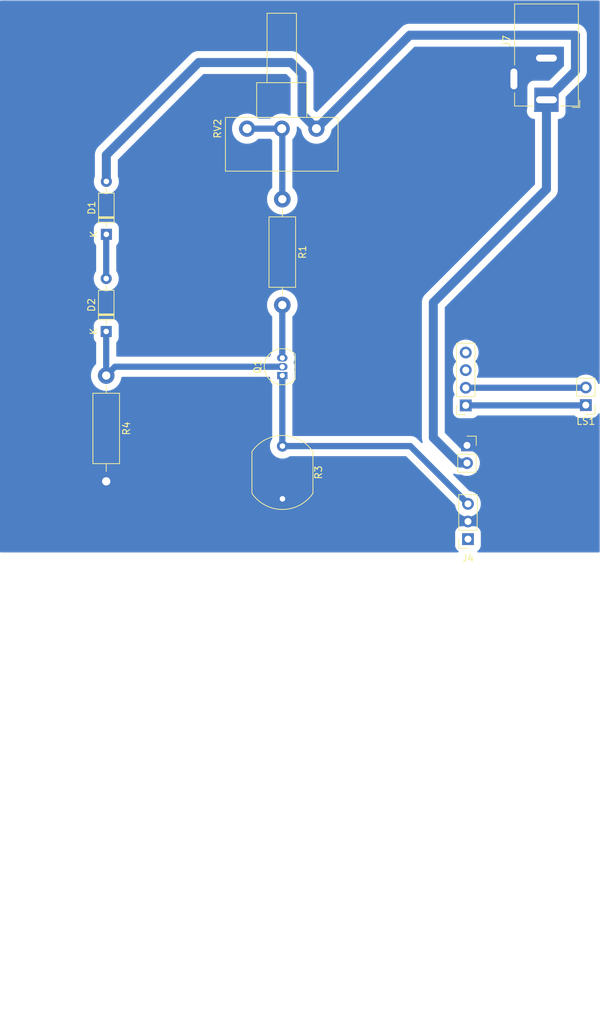
<source format=kicad_pcb>
(kicad_pcb (version 20221018) (generator pcbnew)
  (layers (0 "F.Cu" signal) (31 "B.Cu" signal) (34 "B.Paste" user) (35 "F.Paste" user) (36 "B.SilkS" user "B.Silkscreen") (37 "F.SilkS" user "F.Silkscreen") (38 "B.Mask" user) (39 "F.Mask" user) (44 "Edge.Cuts" user))
  (net 0 "")
  (net 1 "Net-(D1-K)")
  (net 2 "Net-(D2-K)")
  (net 3 "+5V")
  (net 4 "GND")
  (net 5 "Net-(J4-Pin_3)")
  (net 6 "Net-(Q1-C)")
  (net 7 "Net-(R1-Pad1)")
  (net 8 "Net-(J1-Pin_1)")
  (net 9 "Net-(J1-Pin_2)")
  (footprint "Resistor_THT:R_Axial_DIN0411_L9.9mm_D3.6mm_P15.24mm_Horizontal" (layer "F.Cu") (at 172.72 71.12 -90)
    (fp_text reference "R1" (at 7.62 -2.92 90) (layer "F.SilkS"))
    (fp_text value "47")
    (fp_line (start 1.44 0) (end 2.55 0) (stroke (width 0.12)) (layer "F.SilkS"))
    (fp_line (start 2.55 -1.92) (end 2.55 1.92) (stroke (width 0.12)) (layer "F.SilkS"))
    (fp_line (start 2.55 1.92) (end 12.69 1.92) (stroke (width 0.12)) (layer "F.SilkS"))
    (fp_line (start 12.69 -1.92) (end 2.55 -1.92) (stroke (width 0.12)) (layer "F.SilkS"))
    (fp_line (start 12.69 1.92) (end 12.69 -1.92) (stroke (width 0.12)) (layer "F.SilkS"))
    (fp_line (start 13.8 0) (end 12.69 0) (stroke (width 0.12)) (layer "F.SilkS"))
    (pad "1" thru_hole circle (at 0 0 270) (size 2.4 2.4) (drill 1.2) (layers "*.Cu" "*.Mask") (net 7 "Net-(R1-Pad1)"))
    (pad "2" thru_hole oval (at 15.24 0 270) (size 2.4 2.4) (drill 1.2) (layers "*.Cu" "*.Mask") (net 6 "Net-(Q1-C)"))
  )
  (footprint "Connector_PinHeader_2.54mm:PinHeader_1x02_P2.54mm_Vertical" (layer "F.Cu") (at 216.5 100.775 180)
    (fp_text reference "LS1" (at 0 -2.33) (layer "F.SilkS"))
    (fp_text value "Speaker")
    (fp_line (start -1.33 -1.33) (end 0 -1.33) (stroke (width 0.12)) (layer "F.SilkS"))
    (fp_line (start -1.33 0) (end -1.33 -1.33) (stroke (width 0.12)) (layer "F.SilkS"))
    (fp_line (start -1.33 1.27) (end -1.33 3.87) (stroke (width 0.12)) (layer "F.SilkS"))
    (fp_line (start -1.33 1.27) (end 1.33 1.27) (stroke (width 0.12)) (layer "F.SilkS"))
    (fp_line (start -1.33 3.87) (end 1.33 3.87) (stroke (width 0.12)) (layer "F.SilkS"))
    (fp_line (start 1.33 1.27) (end 1.33 3.87) (stroke (width 0.12)) (layer "F.SilkS"))
    (pad "1" thru_hole rect (at 0 0 180) (size 1.7 1.7) (drill 1) (layers "*.Cu" "*.Mask") (net 8 "Net-(J1-Pin_1)"))
    (pad "2" thru_hole oval (at 0 2.54 180) (size 1.7 1.7) (drill 1) (layers "*.Cu" "*.Mask") (net 9 "Net-(J1-Pin_2)"))
  )
  (footprint "OptoDevice:R_LDR_10x8.5mm_P7.6mm_Vertical" (layer "F.Cu") (at 172.74 106.68 -90)
    (fp_text reference "R3" (at 3.8 -5.2 90) (layer "F.SilkS"))
    (fp_text value "LDR")
    (fp_line (start 0.8 -4.4) (end 6.8 -4.4) (stroke (width 0.12)) (layer "F.SilkS"))
    (fp_line (start 0.8 4.4) (end 6.8 4.4) (stroke (width 0.12)) (layer "F.SilkS"))
    (fp_arc (start 0.8 4.4) (mid -1.525374 0.019809) (end 0.76735 -4.37756) (stroke (width 0.12)) (layer "F.SilkS"))
    (fp_arc (start 6.8 -4.4) (mid 9.125374 -0.019809) (end 6.83265 4.37756) (stroke (width 0.12)) (layer "F.SilkS"))
    (pad "1" thru_hole circle (at 0 0 270) (size 1.6 1.6) (drill 0.8) (layers "*.Cu" "*.Mask") (net 5 "Net-(J4-Pin_3)"))
    (pad "2" thru_hole circle (at 7.6 0 270) (size 1.6 1.6) (drill 0.8) (layers "*.Cu" "*.Mask") (net 4 "GND"))
  )
  (footprint "Connector_PinSocket_2.54mm:PinSocket_1x02_P2.54mm_Vertical" (layer "F.Cu") (at 199.36 106.58)
    (fp_text reference "J3" hide)
    (fp_text value "Conn_01x02_Socket" hide)
    (fp_line (start -1.33 1.27) (end -1.33 3.87) (stroke (width 0.12)) (layer "F.SilkS"))
    (fp_line (start -1.33 1.27) (end 1.33 1.27) (stroke (width 0.12)) (layer "F.SilkS"))
    (fp_line (start -1.33 3.87) (end 1.33 3.87) (stroke (width 0.12)) (layer "F.SilkS"))
    (fp_line (start 0 -1.33) (end 1.33 -1.33) (stroke (width 0.12)) (layer "F.SilkS"))
    (fp_line (start 1.33 -1.33) (end 1.33 0) (stroke (width 0.12)) (layer "F.SilkS"))
    (fp_line (start 1.33 1.27) (end 1.33 3.87) (stroke (width 0.12)) (layer "F.SilkS"))
    (pad "1" thru_hole rect (at 0 0) (size 1.7 1.7) (drill 1) (layers "*.Cu" "*.Mask") (net 4 "GND"))
    (pad "2" thru_hole oval (at 0 2.54) (size 1.7 1.7) (drill 1) (layers "*.Cu" "*.Mask") (net 3 "+5V"))
  )
  (footprint "Connector_PinSocket_2.54mm:PinSocket_1x04_P2.54mm_Vertical" (layer "F.Cu") (at 199.18 100.82 180)
    (fp_text reference "J1" hide)
    (fp_text value "Conn_01x04_Socket" hide)
    (fp_line (start -1.33 1.27) (end -1.33 8.95) (stroke (width 0.12)) (layer "F.SilkS"))
    (fp_line (start -1.33 1.27) (end 1.33 1.27) (stroke (width 0.12)) (layer "F.SilkS"))
    (fp_line (start -1.33 8.95) (end 1.33 8.95) (stroke (width 0.12)) (layer "F.SilkS"))
    (fp_line (start 0 -1.33) (end 1.33 -1.33) (stroke (width 0.12)) (layer "F.SilkS"))
    (fp_line (start 1.33 -1.33) (end 1.33 0) (stroke (width 0.12)) (layer "F.SilkS"))
    (fp_line (start 1.33 1.27) (end 1.33 8.95) (stroke (width 0.12)) (layer "F.SilkS"))
    (pad "1" thru_hole rect (at 0 0 180) (size 1.7 1.7) (drill 1) (layers "*.Cu" "*.Mask") (net 8 "Net-(J1-Pin_1)"))
    (pad "2" thru_hole oval (at 0 2.54 180) (size 1.7 1.7) (drill 1) (layers "*.Cu" "*.Mask") (net 9 "Net-(J1-Pin_2)"))
    (pad "3" thru_hole oval (at 0 5.08 180) (size 1.7 1.7) (drill 1) (layers "*.Cu" "*.Mask"))
    (pad "4" thru_hole oval (at 0 7.62 180) (size 1.7 1.7) (drill 1) (layers "*.Cu" "*.Mask"))
  )
  (footprint "Diode_THT:D_DO-35_SOD27_P7.62mm_Horizontal" (layer "F.Cu") (at 147.32 90.17 90)
    (fp_text reference "D2" (at 3.81 -2.12 90) (layer "F.SilkS"))
    (fp_text value "1N4148")
    (fp_text user "K" (at 0 -1.8 90) (layer "F.SilkS"))
    (fp_line (start 1.04 0) (end 1.69 0) (stroke (width 0.12)) (layer "F.SilkS"))
    (fp_line (start 1.69 -1.12) (end 1.69 1.12) (stroke (width 0.12)) (layer "F.SilkS"))
    (fp_line (start 1.69 1.12) (end 5.93 1.12) (stroke (width 0.12)) (layer "F.SilkS"))
    (fp_line (start 2.29 -1.12) (end 2.29 1.12) (stroke (width 0.12)) (layer "F.SilkS"))
    (fp_line (start 2.41 -1.12) (end 2.41 1.12) (stroke (width 0.12)) (layer "F.SilkS"))
    (fp_line (start 2.53 -1.12) (end 2.53 1.12) (stroke (width 0.12)) (layer "F.SilkS"))
    (fp_line (start 5.93 -1.12) (end 1.69 -1.12) (stroke (width 0.12)) (layer "F.SilkS"))
    (fp_line (start 5.93 1.12) (end 5.93 -1.12) (stroke (width 0.12)) (layer "F.SilkS"))
    (fp_line (start 6.58 0) (end 5.93 0) (stroke (width 0.12)) (layer "F.SilkS"))
    (pad "1" thru_hole rect (at 0 0 90) (size 1.6 1.6) (drill 0.8) (layers "*.Cu" "*.Mask") (net 2 "Net-(D2-K)"))
    (pad "2" thru_hole oval (at 7.62 0 90) (size 1.6 1.6) (drill 0.8) (layers "*.Cu" "*.Mask") (net 1 "Net-(D1-K)"))
  )
  (footprint "Diode_THT:D_DO-35_SOD27_P7.62mm_Horizontal" (layer "F.Cu") (at 147.34 76.18 90)
    (fp_text reference "D1" (at 3.81 -2.12 90) (layer "F.SilkS"))
    (fp_text value "1N4148")
    (fp_text user "K" (at 0 -1.8 90) (layer "F.SilkS"))
    (fp_line (start 1.04 0) (end 1.69 0) (stroke (width 0.12)) (layer "F.SilkS"))
    (fp_line (start 1.69 -1.12) (end 1.69 1.12) (stroke (width 0.12)) (layer "F.SilkS"))
    (fp_line (start 1.69 1.12) (end 5.93 1.12) (stroke (width 0.12)) (layer "F.SilkS"))
    (fp_line (start 2.29 -1.12) (end 2.29 1.12) (stroke (width 0.12)) (layer "F.SilkS"))
    (fp_line (start 2.41 -1.12) (end 2.41 1.12) (stroke (width 0.12)) (layer "F.SilkS"))
    (fp_line (start 2.53 -1.12) (end 2.53 1.12) (stroke (width 0.12)) (layer "F.SilkS"))
    (fp_line (start 5.93 -1.12) (end 1.69 -1.12) (stroke (width 0.12)) (layer "F.SilkS"))
    (fp_line (start 5.93 1.12) (end 5.93 -1.12) (stroke (width 0.12)) (layer "F.SilkS"))
    (fp_line (start 6.58 0) (end 5.93 0) (stroke (width 0.12)) (layer "F.SilkS"))
    (pad "1" thru_hole rect (at 0 0 90) (size 1.6 1.6) (drill 0.8) (layers "*.Cu" "*.Mask") (net 1 "Net-(D1-K)"))
    (pad "2" thru_hole oval (at 7.62 0 90) (size 1.6 1.6) (drill 0.8) (layers "*.Cu" "*.Mask") (net 3 "+5V"))
  )
  (footprint "Resistor_THT:R_Axial_DIN0411_L9.9mm_D3.6mm_P15.24mm_Horizontal" (layer "F.Cu") (at 147.32 96.52 -90)
    (fp_text reference "R4" (at 7.62 -2.92 90) (layer "F.SilkS"))
    (fp_text value "10 K")
    (fp_line (start 1.44 0) (end 2.55 0) (stroke (width 0.12)) (layer "F.SilkS"))
    (fp_line (start 2.55 -1.92) (end 2.55 1.92) (stroke (width 0.12)) (layer "F.SilkS"))
    (fp_line (start 2.55 1.92) (end 12.69 1.92) (stroke (width 0.12)) (layer "F.SilkS"))
    (fp_line (start 12.69 -1.92) (end 2.55 -1.92) (stroke (width 0.12)) (layer "F.SilkS"))
    (fp_line (start 12.69 1.92) (end 12.69 -1.92) (stroke (width 0.12)) (layer "F.SilkS"))
    (fp_line (start 13.8 0) (end 12.69 0) (stroke (width 0.12)) (layer "F.SilkS"))
    (pad "1" thru_hole circle (at 0 0 270) (size 2.4 2.4) (drill 1.2) (layers "*.Cu" "*.Mask") (net 2 "Net-(D2-K)"))
    (pad "2" thru_hole oval (at 15.24 0 270) (size 2.4 2.4) (drill 1.2) (layers "*.Cu" "*.Mask") (net 4 "GND"))
  )
  (footprint "Potentiometer_THT:Potentiometer_Piher_T-16H_Single_Horizontal" (layer "F.Cu") (at 177.64 60.96 90)
    (fp_text reference "RV2" (at 0 -14.25 90) (layer "F.SilkS"))
    (fp_text value "1 K")
    (fp_line (start -6.12 -13.12) (end -6.12 3.12) (stroke (width 0.12)) (layer "F.SilkS"))
    (fp_line (start -6.12 -13.12) (end 1.62 -13.12) (stroke (width 0.12)) (layer "F.SilkS"))
    (fp_line (start -6.12 3.12) (end 1.62 3.12) (stroke (width 0.12)) (layer "F.SilkS"))
    (fp_line (start 1.62 -13.12) (end 1.62 3.12) (stroke (width 0.12)) (layer "F.SilkS"))
    (fp_line (start 1.62 -8.62) (end 1.62 -1.38) (stroke (width 0.12)) (layer "F.SilkS"))
    (fp_line (start 1.62 -8.62) (end 6.62 -8.62) (stroke (width 0.12)) (layer "F.SilkS"))
    (fp_line (start 1.62 -1.38) (end 6.62 -1.38) (stroke (width 0.12)) (layer "F.SilkS"))
    (fp_line (start 6.62 -8.62) (end 6.62 -1.38) (stroke (width 0.12)) (layer "F.SilkS"))
    (fp_line (start 6.62 -7.12) (end 6.62 -2.88) (stroke (width 0.12)) (layer "F.SilkS"))
    (fp_line (start 6.62 -7.12) (end 16.62 -7.12) (stroke (width 0.12)) (layer "F.SilkS"))
    (fp_line (start 6.62 -2.88) (end 16.62 -2.88) (stroke (width 0.12)) (layer "F.SilkS"))
    (fp_line (start 16.62 -7.12) (end 16.62 -2.88) (stroke (width 0.12)) (layer "F.SilkS"))
    (pad "1" thru_hole circle (at 0 0 90) (size 2.34 2.34) (drill 1.3) (layers "*.Cu" "*.Mask") (net 3 "+5V"))
    (pad "2" thru_hole circle (at 0 -5 90) (size 2.34 2.34) (drill 1.3) (layers "*.Cu" "*.Mask") (net 7 "Net-(R1-Pad1)"))
    (pad "3" thru_hole circle (at 0 -10 90) (size 2.34 2.34) (drill 1.3) (layers "*.Cu" "*.Mask") (net 7 "Net-(R1-Pad1)"))
  )
  (footprint "Package_TO_SOT_THT:TO-92_Inline" (layer "F.Cu") (at 172.72 96.52 90)
    (fp_text reference "Q1" (at 1.27 -3.56 90) (layer "F.SilkS"))
    (fp_text value "2N3906")
    (fp_line (start -0.53 1.85) (end 3.07 1.85) (stroke (width 0.12)) (layer "F.SilkS"))
    (fp_arc (start -0.568478 1.838478) (mid -1.132087 -0.994977) (end 1.27 -2.6) (stroke (width 0.12)) (layer "F.SilkS"))
    (fp_arc (start 1.27 -2.6) (mid 3.672087 -0.994977) (end 3.108478 1.838478) (stroke (width 0.12)) (layer "F.SilkS"))
    (pad "1" thru_hole rect (at 0 0 90) (size 1.05 1.5) (drill 0.75) (layers "*.Cu" "*.Mask") (net 5 "Net-(J4-Pin_3)"))
    (pad "2" thru_hole oval (at 1.27 0 90) (size 1.05 1.5) (drill 0.75) (layers "*.Cu" "*.Mask") (net 2 "Net-(D2-K)"))
    (pad "3" thru_hole oval (at 2.54 0 90) (size 1.05 1.5) (drill 0.75) (layers "*.Cu" "*.Mask") (net 6 "Net-(Q1-C)"))
  )
  (footprint "Connector_BarrelJack:BarrelJack_Horizontal" (layer "F.Cu") (at 210.82 56.8 -90)
    (fp_text reference "J7" (at -8.45 5.75 90) (layer "F.SilkS"))
    (fp_text value "Barrel_Jack_Switch_Pin3Ring")
    (fp_line (start -13.8 -4.6) (end 0.9 -4.6) (stroke (width 0.12)) (layer "F.SilkS"))
    (fp_line (start -13.8 4.6) (end -13.8 -4.6) (stroke (width 0.12)) (layer "F.SilkS"))
    (fp_line (start -5 4.6) (end -13.8 4.6) (stroke (width 0.12)) (layer "F.SilkS"))
    (fp_line (start 0.05 -4.8) (end 1.1 -4.8) (stroke (width 0.12)) (layer "F.SilkS"))
    (fp_line (start 0.9 -4.6) (end 0.9 -2) (stroke (width 0.12)) (layer "F.SilkS"))
    (fp_line (start 0.9 1.9) (end 0.9 4.6) (stroke (width 0.12)) (layer "F.SilkS"))
    (fp_line (start 0.9 4.6) (end -1 4.6) (stroke (width 0.12)) (layer "F.SilkS"))
    (fp_line (start 1.1 -3.75) (end 1.1 -4.8) (stroke (width 0.12)) (layer "F.SilkS"))
    (pad "1" thru_hole rect (at 0 0 270) (size 3.5 3.5) (drill oval 1 3) (layers "*.Cu" "*.Mask") (net 3 "+5V"))
    (pad "2" thru_hole roundrect (at -6 0 270) (size 3 3.5) (drill oval 1 3) (layers "*.Cu" "*.Mask") (net 4 "GND"))
    (pad "3" thru_hole roundrect (at -3 4.7 270) (size 3.5 3.5) (drill oval 3 1) (layers "*.Cu" "*.Mask") (net 4 "GND"))
  )
  (footprint "Connector_PinSocket_2.54mm:PinSocket_1x03_P2.54mm_Vertical" (layer "F.Cu") (at 199.5 120.08 180)
    (fp_text reference "J4" (at 0 -2.77) (layer "F.SilkS"))
    (fp_text value "Conn_01x03_Socket" hide)
    (fp_line (start -1.33 1.27) (end -1.33 6.41) (stroke (width 0.12)) (layer "F.SilkS"))
    (fp_line (start -1.33 1.27) (end 1.33 1.27) (stroke (width 0.12)) (layer "F.SilkS"))
    (fp_line (start -1.33 6.41) (end 1.33 6.41) (stroke (width 0.12)) (layer "F.SilkS"))
    (fp_line (start 0 -1.33) (end 1.33 -1.33) (stroke (width 0.12)) (layer "F.SilkS"))
    (fp_line (start 1.33 -1.33) (end 1.33 0) (stroke (width 0.12)) (layer "F.SilkS"))
    (fp_line (start 1.33 1.27) (end 1.33 6.41) (stroke (width 0.12)) (layer "F.SilkS"))
    (pad "1" thru_hole rect (at 0 0 180) (size 1.7 1.7) (drill 1) (layers "*.Cu" "*.Mask"))
    (pad "2" thru_hole oval (at 0 2.54 180) (size 1.7 1.7) (drill 1) (layers "*.Cu" "*.Mask") (net 4 "GND"))
    (pad "3" thru_hole oval (at 0 5.08 180) (size 1.7 1.7) (drill 1) (layers "*.Cu" "*.Mask") (net 5 "Net-(J4-Pin_3)"))
  )
  (segment (start 147.32 82.55) (end 147.32 76.2) (width 0.9) (layer "B.Cu") (net 1))
  (segment (start 147.32 76.2) (end 147.34 76.18) (width 0.9) (layer "B.Cu") (net 1))
  (segment (start 148.59 95.25) (end 147.32 96.52) (width 0.9) (layer "B.Cu") (net 2))
  (segment (start 172.72 95.25) (end 148.59 95.25) (width 0.9) (layer "B.Cu") (net 2))
  (segment (start 147.32 90.17) (end 147.32 96.52) (width 0.9) (layer "B.Cu") (net 2))
  (segment (start 177.64 60.96) (end 175.566 58.886) (width 1.3) (layer "B.Cu") (net 3))
  (segment (start 194.5 105.462081) (end 194.5 86) (width 1.3) (layer "B.Cu") (net 3))
  (segment (start 215 52.62) (end 215 47.5) (width 1.3) (layer "B.Cu") (net 3))
  (segment (start 210.82 58.42) (end 209.12 58.42) (width 0.25) (layer "B.Cu") (net 3))
  (segment (start 173.99 51.435) (end 160.655 51.435) (width 1.3) (layer "B.Cu") (net 3))
  (segment (start 191.1 47.5) (end 177.64 60.96) (width 1.3) (layer "B.Cu") (net 3))
  (segment (start 199.36 109.12) (end 198.157919 109.12) (width 1.3) (layer "B.Cu") (net 3))
  (segment (start 210.82 69.68) (end 210.82 56.8) (width 1.3) (layer "B.Cu") (net 3))
  (segment (start 210.82 56.8) (end 215 52.62) (width 1.3) (layer "B.Cu") (net 3))
  (segment (start 175.566 53.011) (end 173.99 51.435) (width 1.3) (layer "B.Cu") (net 3))
  (segment (start 198.157919 109.12) (end 194.5 105.462081) (width 1.3) (layer "B.Cu") (net 3))
  (segment (start 147.34 64.75) (end 147.34 68.56) (width 1.3) (layer "B.Cu") (net 3))
  (segment (start 194.5 86) (end 210.82 69.68) (width 1.3) (layer "B.Cu") (net 3))
  (segment (start 160.655 51.435) (end 147.34 64.75) (width 1.3) (layer "B.Cu") (net 3))
  (segment (start 215 47.5) (end 191.1 47.5) (width 1.3) (layer "B.Cu") (net 3))
  (segment (start 175.566 58.886) (end 175.566 53.011) (width 1.3) (layer "B.Cu") (net 3))
  (segment (start 210.82 50.8) (end 209.12 50.8) (width 1.3) (layer "B.Cu") (net 4))
  (segment (start 205.67 54.25) (end 206.12 53.8) (width 0.25) (layer "B.Cu") (net 4))
  (segment (start 206.12 53.8) (end 207.82 53.8) (width 0.25) (layer "B.Cu") (net 4))
  (segment (start 172.74 96.54) (end 172.72 96.52) (width 0.9) (layer "B.Cu") (net 5))
  (segment (start 191.18 106.68) (end 199.5 115) (width 0.9) (layer "B.Cu") (net 5))
  (segment (start 172.72 96.52) (end 172.72 106.66) (width 0.9) (layer "B.Cu") (net 5))
  (segment (start 172.74 106.68) (end 191.18 106.68) (width 0.9) (layer "B.Cu") (net 5))
  (segment (start 172.72 106.66) (end 172.74 106.68) (width 0.9) (layer "B.Cu") (net 5))
  (segment (start 172.72 93.98) (end 172.72 86.36) (width 0.9) (layer "B.Cu") (net 6))
  (segment (start 167.64 60.96) (end 172.64 60.96) (width 0.9) (layer "B.Cu") (net 7))
  (segment (start 172.72 61.04) (end 172.64 60.96) (width 0.9) (layer "B.Cu") (net 7))
  (segment (start 172.72 71.12) (end 172.72 61.04) (width 0.9) (layer "B.Cu") (net 7))
  (segment (start 199.18 100.82) (end 216.455 100.82) (width 0.9) (layer "B.Cu") (net 8))
  (segment (start 216.455 100.82) (end 216.5 100.775) (width 0.9) (layer "B.Cu") (net 8))
  (segment (start 216.455 98.28) (end 216.5 98.235) (width 0.9) (layer "B.Cu") (net 9))
  (segment (start 199.18 98.28) (end 216.455 98.28) (width 0.9) (layer "B.Cu") (net 9))
  (zone (net 4) (net_name "GND") (layer "B.Cu") (connect_pads yes (clearance 1)) (min_thickness 0.25) (fill yes (thermal_gap 0.5) (thermal_bridge_width 0.5))
    (polygon (pts (xy 132 42.5) (xy 132 122) (xy 218.5 122) (xy 218.5 42.5)))
  )
)
</source>
